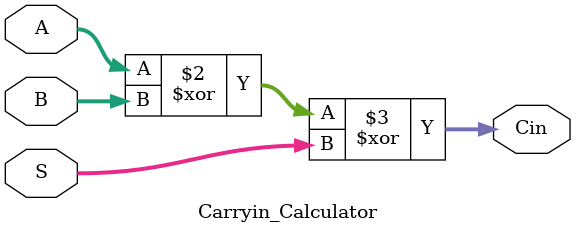
<source format=v>


`default_nettype none

module Carryin_Calculator
#(
    parameter WORD_WIDTH = 0
)
(
    input   wire    [WORD_WIDTH-1:0]    A,
    input   wire    [WORD_WIDTH-1:0]    B,
    input   wire    [WORD_WIDTH-1:0]    S,
    output  reg     [WORD_WIDTH-1:0]    Cin
);

    initial begin
        Cin = 0;
    end

    always @(*) begin
        Cin = A ^ B ^ S;
    end

endmodule


</source>
